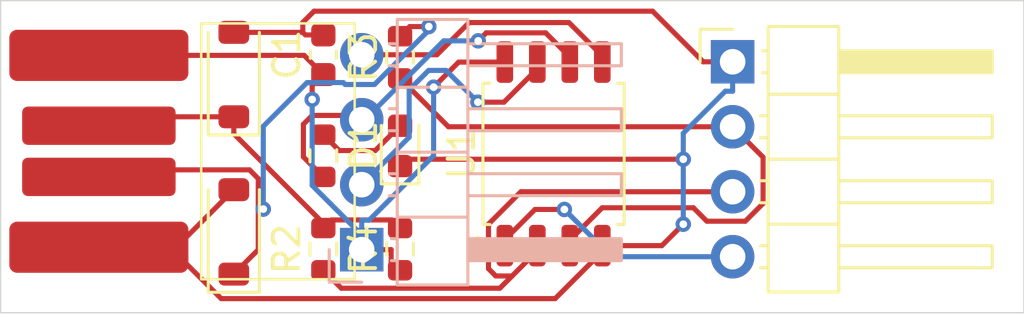
<source format=kicad_pcb>
(kicad_pcb (version 20241229) (generator "pcbnew") (generator_version "9.0")
  (layers (0 "F.Cu" signal) (2 "B.Cu" signal) (13 "F.Paste" user) (15 "B.Paste" user) (5 "F.SilkS" user "F.Silkscreen") (7 "B.SilkS" user "B.Silkscreen") (1 "F.Mask" user) (3 "B.Mask" user) (25 "Edge.Cuts" user))
  (net 0 "")
  (net 1 "+5V")
  (net 2 "GND")
  (net 3 "Net-(D1-A)")
  (net 4 "Net-(D2-K)")
  (net 5 "Net-(D3-K)")
  (net 6 "Net-(J1-Pin_4)")
  (net 7 "Net-(J1-Pin_3)")
  (net 8 "Net-(J1-Pin_2)")
  (net 9 "Net-(J2-Pin_3)")
  (net 10 "Net-(J2-Pin_2)")
  (net 11 "Net-(J2-Pin_4)")
  (footprint "Package_SO:SOIC-8_5.3x5.3mm_P1.27mm" (layer "F.Cu") (at 118.615 94.29 90)
    (property "Reference" "U1" (at 0 -3.6 90) (layer "F.SilkS"))
    (property "Value" "ATtiny85-20S")
    (fp_line (start 2.76 -2.76) (end 2.76 -2.49) (stroke (width 0.12)) (layer "F.SilkS"))
    (fp_line (start -2.76 -2.76) (end 2.76 -2.76) (stroke (width 0.12)) (layer "F.SilkS"))
    (fp_line (start -2.76 -2.49) (end -2.76 -2.76) (stroke (width 0.12)) (layer "F.SilkS"))
    (fp_line (start 2.76 2.49) (end 2.76 2.76) (stroke (width 0.12)) (layer "F.SilkS"))
    (fp_line (start 2.76 2.76) (end -2.76 2.76) (stroke (width 0.12)) (layer "F.SilkS"))
    (fp_line (start -2.76 2.76) (end -2.76 2.49) (stroke (width 0.12)) (layer "F.SilkS"))
    (fp_poly (pts (xy -3.59 -2.5) (xy -3.93 -2.97) (xy -3.25 -2.97)) (stroke (width 0.12)) (fill yes) (layer "F.SilkS"))
    (pad "1" smd roundrect (at -3.5875 -1.905 90) (size 1.625 0.65) (layers "F.Cu" "F.Mask" "F.Paste") (net 11 "Net-(J2-Pin_4)"))
    (pad "2" smd roundrect (at -3.5875 -0.635 90) (size 1.625 0.65) (layers "F.Cu" "F.Mask" "F.Paste") (net 9 "Net-(J2-Pin_3)"))
    (pad "3" smd roundrect (at -3.5875 0.635 90) (size 1.625 0.65) (layers "F.Cu" "F.Mask" "F.Paste") (net 10 "Net-(J2-Pin_2)"))
    (pad "4" smd roundrect (at -3.5875 1.905 90) (size 1.625 0.65) (layers "F.Cu" "F.Mask" "F.Paste") (net 2 "GND"))
    (pad "5" smd roundrect (at 3.5875 1.905 90) (size 1.625 0.65) (layers "F.Cu" "F.Mask" "F.Paste") (net 6 "Net-(J1-Pin_4)"))
    (pad "6" smd roundrect (at 3.5875 0.635 90) (size 1.625 0.65) (layers "F.Cu" "F.Mask" "F.Paste") (net 7 "Net-(J1-Pin_3)"))
    (pad "7" smd roundrect (at 3.5875 -0.635 90) (size 1.625 0.65) (layers "F.Cu" "F.Mask" "F.Paste") (net 8 "Net-(J1-Pin_2)"))
    (pad "8" smd roundrect (at 3.5875 -1.905 90) (size 1.625 0.65) (layers "F.Cu" "F.Mask" "F.Paste") (net 1 "+5V"))
  )
  (footprint "Resistor_SMD:R_0603_1608Metric" (layer "F.Cu") (at 112.615 90.515 90)
    (property "Reference" "R3" (at 0 -1.43 90) (layer "F.SilkS"))
    (property "Value" "68R")
    (fp_line (start -0.237258 -0.5225) (end 0.237258 -0.5225) (stroke (width 0.12)) (layer "F.SilkS"))
    (fp_line (start -0.237258 0.5225) (end 0.237258 0.5225) (stroke (width 0.12)) (layer "F.SilkS"))
    (pad "1" smd roundrect (at -0.825 0 90) (size 0.8 0.95) (layers "F.Cu" "F.Mask" "F.Paste") (net 10 "Net-(J2-Pin_2)"))
    (pad "2" smd roundrect (at 0.825 0 90) (size 0.8 0.95) (layers "F.Cu" "F.Mask" "F.Paste") (net 5 "Net-(D3-K)"))
  )
  (footprint "Diode_SMD:D_SOD-123" (layer "F.Cu") (at 106.115 91.19 90)
    (property "Reference" "D2" (hide yes))
    (property "Value" "3V6")
    (fp_line (start -2.36 -1) (end 1.65 -1) (stroke (width 0.12)) (layer "F.SilkS"))
    (fp_line (start -2.36 -1) (end -2.36 1) (stroke (width 0.12)) (layer "F.SilkS"))
    (fp_line (start -2.36 1) (end 1.65 1) (stroke (width 0.12)) (layer "F.SilkS"))
    (pad "1" smd roundrect (at -1.65 0 90) (size 0.9 1.2) (layers "F.Cu" "F.Mask" "F.Paste") (net 4 "Net-(D2-K)"))
    (pad "2" smd roundrect (at 1.65 0 90) (size 0.9 1.2) (layers "F.Cu" "F.Mask" "F.Paste") (net 2 "GND"))
  )
  (footprint "Connector_USB:USB" (layer "F.Cu") (at 100.84 94.19)
    (property "Reference" "U2" (hide yes))
    (property "Value" "~")
    (fp_rect (start 4 -5) (end 10 5) (stroke (width 0.1)) (fill no) (layer "F.SilkS"))
    (pad "1" smd roundrect (at 0 -3.75) (size 7 2) (layers "F.Cu" "F.Mask" "F.Paste") (roundrect_rratio 0.15) (net 1 "+5V"))
    (pad "2" smd roundrect (at 0 -1) (size 6 1.5) (layers "F.Cu" "F.Mask" "F.Paste") (roundrect_rratio 0.15) (net 4 "Net-(D2-K)"))
    (pad "3" smd roundrect (at 0 1) (size 6 1.5) (layers "F.Cu" "F.Mask" "F.Paste") (roundrect_rratio 0.15) (net 5 "Net-(D3-K)"))
    (pad "4" smd roundrect (at 0 3.75) (size 7 2) (layers "F.Cu" "F.Mask" "F.Paste") (roundrect_rratio 0.15) (net 2 "GND"))
  )
  (footprint "Resistor_SMD:R_0603_1608Metric" (layer "F.Cu") (at 109.615 98.015 90)
    (property "Reference" "R2" (at 0 -1.43 90) (layer "F.SilkS"))
    (property "Value" "68R")
    (fp_line (start -0.237258 -0.5225) (end 0.237258 -0.5225) (stroke (width 0.12)) (layer "F.SilkS"))
    (fp_line (start -0.237258 0.5225) (end 0.237258 0.5225) (stroke (width 0.12)) (layer "F.SilkS"))
    (pad "1" smd roundrect (at -0.825 0 90) (size 0.8 0.95) (layers "F.Cu" "F.Mask" "F.Paste") (net 9 "Net-(J2-Pin_3)"))
    (pad "2" smd roundrect (at 0.825 0 90) (size 0.8 0.95) (layers "F.Cu" "F.Mask" "F.Paste") (net 4 "Net-(D2-K)"))
  )
  (footprint "LED_SMD:LED_0603_1608Metric" (layer "F.Cu") (at 112.615 93.9775 90)
    (property "Reference" "D1" (at 0 -1.43 90) (layer "F.SilkS"))
    (property "Value" "LED")
    (fp_line (start 0.8 -0.735) (end -1.485 -0.735) (stroke (width 0.12)) (layer "F.SilkS"))
    (fp_line (start -1.485 -0.735) (end -1.485 0.735) (stroke (width 0.12)) (layer "F.SilkS"))
    (fp_line (start -1.485 0.735) (end 0.8 0.735) (stroke (width 0.12)) (layer "F.SilkS"))
    (pad "1" smd roundrect (at -0.7875 0 90) (size 0.875 0.95) (layers "F.Cu" "F.Mask" "F.Paste") (net 2 "GND"))
    (pad "2" smd roundrect (at 0.7875 0 90) (size 0.875 0.95) (layers "F.Cu" "F.Mask" "F.Paste") (net 3 "Net-(D1-A)"))
  )
  (footprint "Capacitor_SMD:C_0603_1608Metric" (layer "F.Cu") (at 109.615 90.415 90)
    (property "Reference" "C1" (at 0 -1.43 90) (layer "F.SilkS"))
    (property "Value" "100n")
    (fp_line (start -0.14058 -0.51) (end 0.14058 -0.51) (stroke (width 0.12)) (layer "F.SilkS"))
    (fp_line (start -0.14058 0.51) (end 0.14058 0.51) (stroke (width 0.12)) (layer "F.SilkS"))
    (pad "1" smd roundrect (at -0.775 0 90) (size 0.9 0.95) (layers "F.Cu" "F.Mask" "F.Paste") (net 1 "+5V"))
    (pad "2" smd roundrect (at 0.775 0 90) (size 0.9 0.95) (layers "F.Cu" "F.Mask" "F.Paste") (net 2 "GND"))
  )
  (footprint "Resistor_SMD:R_0603_1608Metric" (layer "F.Cu") (at 112.615 98.015 90)
    (property "Reference" "R4" (at 0 -1.43 90) (layer "F.SilkS"))
    (property "Value" "1000R")
    (fp_line (start -0.237258 -0.5225) (end 0.237258 -0.5225) (stroke (width 0.12)) (layer "F.SilkS"))
    (fp_line (start -0.237258 0.5225) (end 0.237258 0.5225) (stroke (width 0.12)) (layer "F.SilkS"))
    (pad "1" smd roundrect (at -0.825 0 90) (size 0.8 0.95) (layers "F.Cu" "F.Mask" "F.Paste") (net 1 "+5V"))
    (pad "2" smd roundrect (at 0.825 0 90) (size 0.8 0.95) (layers "F.Cu" "F.Mask" "F.Paste") (net 4 "Net-(D2-K)"))
  )
  (footprint "Diode_SMD:D_SOD-123" (layer "F.Cu") (at 106.115 97.34 90)
    (property "Reference" "D3" (hide yes))
    (property "Value" "3V6")
    (fp_line (start -2.36 -1) (end 1.65 -1) (stroke (width 0.12)) (layer "F.SilkS"))
    (fp_line (start -2.36 -1) (end -2.36 1) (stroke (width 0.12)) (layer "F.SilkS"))
    (fp_line (start -2.36 1) (end 1.65 1) (stroke (width 0.12)) (layer "F.SilkS"))
    (pad "1" smd roundrect (at -1.65 0 90) (size 0.9 1.2) (layers "F.Cu" "F.Mask" "F.Paste") (net 5 "Net-(D3-K)"))
    (pad "2" smd roundrect (at 1.65 0 90) (size 0.9 1.2) (layers "F.Cu" "F.Mask" "F.Paste") (net 2 "GND"))
  )
  (footprint "Connector_PinHeader_2.54mm:PinHeader_1x04_P2.54mm_Horizontal" (layer "F.Cu") (at 125.615 90.69)
    (property "Reference" "J2" (hide yes))
    (property "Value" "SO8-1-4" (hide yes))
    (fp_line (start -1.27 -1.27) (end 0 -1.27) (stroke (width 0.12)) (layer "F.SilkS"))
    (fp_line (start -1.27 0) (end -1.27 -1.27) (stroke (width 0.12)) (layer "F.SilkS"))
    (fp_line (start 1.077358 2.11) (end 1.39 2.11) (stroke (width 0.12)) (layer "F.SilkS"))
    (fp_line (start 1.077358 2.97) (end 1.39 2.97) (stroke (width 0.12)) (layer "F.SilkS"))
    (fp_line (start 1.077358 4.65) (end 1.39 4.65) (stroke (width 0.12)) (layer "F.SilkS"))
    (fp_line (start 1.077358 5.51) (end 1.39 5.51) (stroke (width 0.12)) (layer "F.SilkS"))
    (fp_line (start 1.077358 7.19) (end 1.39 7.19) (stroke (width 0.12)) (layer "F.SilkS"))
    (fp_line (start 1.077358 8.05) (end 1.39 8.05) (stroke (width 0.12)) (layer "F.SilkS"))
    (fp_line (start 1.16 -0.43) (end 1.39 -0.43) (stroke (width 0.12)) (layer "F.SilkS"))
    (fp_line (start 1.16 0.43) (end 1.39 0.43) (stroke (width 0.12)) (layer "F.SilkS"))
    (fp_line (start 1.39 -1.38) (end 1.39 9) (stroke (width 0.12)) (layer "F.SilkS"))
    (fp_line (start 1.39 1.27) (end 4.15 1.27) (stroke (width 0.12)) (layer "F.SilkS"))
    (fp_line (start 1.39 3.81) (end 4.15 3.81) (stroke (width 0.12)) (layer "F.SilkS"))
    (fp_line (start 1.39 6.35) (end 4.15 6.35) (stroke (width 0.12)) (layer "F.SilkS"))
    (fp_line (start 1.39 9) (end 4.15 9) (stroke (width 0.12)) (layer "F.SilkS"))
    (fp_line (start 4.15 -1.38) (end 1.39 -1.38) (stroke (width 0.12)) (layer "F.SilkS"))
    (fp_line (start 4.15 2.11) (end 10.15 2.11) (stroke (width 0.12)) (layer "F.SilkS"))
    (fp_line (start 4.15 4.65) (end 10.15 4.65) (stroke (width 0.12)) (layer "F.SilkS"))
    (fp_line (start 4.15 7.19) (end 10.15 7.19) (stroke (width 0.12)) (layer "F.SilkS"))
    (fp_line (start 4.15 9) (end 4.15 -1.38) (stroke (width 0.12)) (layer "F.SilkS"))
    (fp_line (start 10.15 2.11) (end 10.15 2.97) (stroke (width 0.12)) (layer "F.SilkS"))
    (fp_line (start 10.15 2.97) (end 4.15 2.97) (stroke (width 0.12)) (layer "F.SilkS"))
    (fp_line (start 10.15 4.65) (end 10.15 5.51) (stroke (width 0.12)) (layer "F.SilkS"))
    (fp_line (start 10.15 5.51) (end 4.15 5.51) (stroke (width 0.12)) (layer "F.SilkS"))
    (fp_line (start 10.15 7.19) (end 10.15 8.05) (stroke (width 0.12)) (layer "F.SilkS"))
    (fp_line (start 10.15 8.05) (end 4.15 8.05) (stroke (width 0.12)) (layer "F.SilkS"))
    (fp_rect (start 4.15 -0.43) (end 10.15 0.43) (stroke (width 0.12)) (fill yes) (layer "F.SilkS"))
    (pad "1" thru_hole rect (at 0 0) (size 1.7 1.7) (drill 1) (layers "*.Cu" "*.Mask") (net 2 "GND"))
    (pad "2" thru_hole circle (at 0 2.54) (size 1.7 1.7) (drill 1) (layers "*.Cu" "*.Mask") (net 10 "Net-(J2-Pin_2)"))
    (pad "3" thru_hole circle (at 0 5.08) (size 1.7 1.7) (drill 1) (layers "*.Cu" "*.Mask") (net 9 "Net-(J2-Pin_3)"))
    (pad "4" thru_hole circle (at 0 7.62) (size 1.7 1.7) (drill 1) (layers "*.Cu" "*.Mask") (net 11 "Net-(J2-Pin_4)"))
  )
  (footprint "Resistor_SMD:R_0603_1608Metric" (layer "F.Cu") (at 109.615 94.365 90)
    (property "Reference" "R1" (hide yes))
    (property "Value" "330R")
    (fp_line (start -0.237258 -0.5225) (end 0.237258 -0.5225) (stroke (width 0.12)) (layer "F.SilkS"))
    (fp_line (start -0.237258 0.5225) (end 0.237258 0.5225) (stroke (width 0.12)) (layer "F.SilkS"))
    (pad "1" smd roundrect (at -0.825 0 90) (size 0.8 0.95) (layers "F.Cu" "F.Mask" "F.Paste") (net 7 "Net-(J1-Pin_3)"))
    (pad "2" smd roundrect (at 0.825 0 90) (size 0.8 0.95) (layers "F.Cu" "F.Mask" "F.Paste") (net 3 "Net-(D1-A)"))
  )
  (footprint "Connector_PinHeader_2.54mm:PinHeader_1x04_P2.54mm_Horizontal" (layer "B.Cu") (at 111.115 98.035)
    (property "Reference" "J1" (hide yes))
    (property "Value" "SO8-5-8" (hide yes))
    (fp_line (start -1.27 0) (end -1.27 1.27) (stroke (width 0.12)) (layer "B.SilkS"))
    (fp_line (start -1.27 1.27) (end 0 1.27) (stroke (width 0.12)) (layer "B.SilkS"))
    (fp_line (start 1.077358 -8.05) (end 1.39 -8.05) (stroke (width 0.12)) (layer "B.SilkS"))
    (fp_line (start 1.077358 -7.19) (end 1.39 -7.19) (stroke (width 0.12)) (layer "B.SilkS"))
    (fp_line (start 1.077358 -5.51) (end 1.39 -5.51) (stroke (width 0.12)) (layer "B.SilkS"))
    (fp_line (start 1.077358 -4.65) (end 1.39 -4.65) (stroke (width 0.12)) (layer "B.SilkS"))
    (fp_line (start 1.077358 -2.97) (end 1.39 -2.97) (stroke (width 0.12)) (layer "B.SilkS"))
    (fp_line (start 1.077358 -2.11) (end 1.39 -2.11) (stroke (width 0.12)) (layer "B.SilkS"))
    (fp_line (start 1.16 -0.43) (end 1.39 -0.43) (stroke (width 0.12)) (layer "B.SilkS"))
    (fp_line (start 1.16 0.43) (end 1.39 0.43) (stroke (width 0.12)) (layer "B.SilkS"))
    (fp_line (start 1.39 -9) (end 4.15 -9) (stroke (width 0.12)) (layer "B.SilkS"))
    (fp_line (start 1.39 -6.35) (end 4.15 -6.35) (stroke (width 0.12)) (layer "B.SilkS"))
    (fp_line (start 1.39 -3.81) (end 4.15 -3.81) (stroke (width 0.12)) (layer "B.SilkS"))
    (fp_line (start 1.39 -1.27) (end 4.15 -1.27) (stroke (width 0.12)) (layer "B.SilkS"))
    (fp_line (start 1.39 1.38) (end 1.39 -9) (stroke (width 0.12)) (layer "B.SilkS"))
    (fp_line (start 4.15 -9) (end 4.15 1.38) (stroke (width 0.12)) (layer "B.SilkS"))
    (fp_line (start 4.15 -7.19) (end 10.15 -7.19) (stroke (width 0.12)) (layer "B.SilkS"))
    (fp_line (start 4.15 -4.65) (end 10.15 -4.65) (stroke (width 0.12)) (layer "B.SilkS"))
    (fp_line (start 4.15 -2.11) (end 10.15 -2.11) (stroke (width 0.12)) (layer "B.SilkS"))
    (fp_line (start 4.15 1.38) (end 1.39 1.38) (stroke (width 0.12)) (layer "B.SilkS"))
    (fp_line (start 10.15 -8.05) (end 4.15 -8.05) (stroke (width 0.12)) (layer "B.SilkS"))
    (fp_line (start 10.15 -7.19) (end 10.15 -8.05) (stroke (width 0.12)) (layer "B.SilkS"))
    (fp_line (start 10.15 -5.51) (end 4.15 -5.51) (stroke (width 0.12)) (layer "B.SilkS"))
    (fp_line (start 10.15 -4.65) (end 10.15 -5.51) (stroke (width 0.12)) (layer "B.SilkS"))
    (fp_line (start 10.15 -2.97) (end 4.15 -2.97) (stroke (width 0.12)) (layer "B.SilkS"))
    (fp_line (start 10.15 -2.11) (end 10.15 -2.97) (stroke (width 0.12)) (layer "B.SilkS"))
    (fp_rect (start 4.15 0.43) (end 10.15 -0.43) (stroke (width 0.12)) (fill yes) (layer "B.SilkS"))
    (pad "1" thru_hole rect (at 0 0) (size 1.7 1.7) (drill 1) (layers "*.Cu" "*.Mask") (net 1 "+5V"))
    (pad "2" thru_hole circle (at 0 -2.54) (size 1.7 1.7) (drill 1) (layers "*.Cu" "*.Mask") (net 8 "Net-(J1-Pin_2)"))
    (pad "3" thru_hole circle (at 0 -5.08) (size 1.7 1.7) (drill 1) (layers "*.Cu" "*.Mask") (net 7 "Net-(J1-Pin_3)"))
    (pad "4" thru_hole circle (at 0 -7.62) (size 1.7 1.7) (drill 1) (layers "*.Cu" "*.Mask") (net 6 "Net-(J1-Pin_4)"))
  )
  (gr_rect (start 97 88.3) (end 137 100.5) (stroke (width 0.05)) (fill no) (layer "Edge.Cuts"))
  (segment (start 111.115 98.035) (end 112.2667 98.035) (width 0.2) (layer "F.Cu") (net 1))
  (segment (start 112.615 98.84) (end 112.2667 98.4917) (width 0.2) (layer "F.Cu") (net 1))
  (segment (start 109.1785 92.1642) (end 109.1785 91.6265) (width 0.2) (layer "F.Cu") (net 1))
  (segment (start 112.2667 98.4917) (end 112.2667 98.035) (width 0.2) (layer "F.Cu") (net 1))
  (segment (start 109.1785 91.6265) (end 109.615 91.19) (width 0.2) (layer "F.Cu") (net 1))
  (segment (start 114.9059 90.7025) (end 116.71 90.7025) (width 0.2) (layer "F.Cu") (net 1))
  (segment (start 100.84 90.44) (end 108.865 90.44) (width 0.2) (layer "F.Cu") (net 1))
  (segment (start 113.9261 91.6823) (end 114.9059 90.7025) (width 0.2) (layer "F.Cu") (net 1))
  (segment (start 108.865 90.44) (end 109.615 91.19) (width 0.2) (layer "F.Cu") (net 1))
  (via (at 113.9261 91.6823) (size 0.6) (drill 0.3) (layers "F.Cu" "B.Cu") (net 1))
  (via (at 109.1785 92.1642) (size 0.6) (drill 0.3) (layers "F.Cu" "B.Cu") (net 1))
  (segment (start 111.115 98.035) (end 111.115 97.4591) (width 0.2) (layer "B.Cu") (net 1))
  (segment (start 113.926 91.6823) (end 113.9261 91.6823) (width 0.2) (layer "B.Cu") (net 1))
  (segment (start 111.115 97.4591) (end 109.1785 95.5226) (width 0.2) (layer "B.Cu") (net 1))
  (segment (start 113.926 94.3602) (end 113.926 91.6823) (width 0.2) (layer "B.Cu") (net 1))
  (segment (start 109.1785 95.5226) (end 109.1785 92.1642) (width 0.2) (layer "B.Cu") (net 1))
  (segment (start 111.115 96.8833) (end 111.4029 96.8833) (width 0.2) (layer "B.Cu") (net 1))
  (segment (start 111.115 97.4591) (end 111.115 96.8833) (width 0.2) (layer "B.Cu") (net 1))
  (segment (start 111.4029 96.8833) (end 113.926 94.3602) (width 0.2) (layer "B.Cu") (net 1))
  (segment (start 105.621 99.9478) (end 118.679 99.9478) (width 0.2) (layer "F.Cu") (net 2))
  (segment (start 108.8134 89.54) (end 106.115 89.54) (width 0.2) (layer "F.Cu") (net 2))
  (segment (start 123.686 94.5) (end 112.88 94.5) (width 0.2) (layer "F.Cu") (net 2))
  (segment (start 108.9134 89.64) (end 108.8134 89.54) (width 0.2) (layer "F.Cu") (net 2))
  (segment (start 103.865 98.1918) (end 105.621 99.9478) (width 0.2) (layer "F.Cu") (net 2))
  (segment (start 120.52 97.8775) (end 122.8485 97.8775) (width 0.2) (layer "F.Cu") (net 2))
  (segment (start 118.679 99.9478) (end 120.52 98.1068) (width 0.2) (layer "F.Cu") (net 2))
  (segment (start 103.865 97.94) (end 103.865 98.1918) (width 0.2) (layer "F.Cu") (net 2))
  (segment (start 122.8485 97.8775) (end 123.686 97.04) (width 0.2) (layer "F.Cu") (net 2))
  (segment (start 109.615 89.64) (end 108.9134 89.64) (width 0.2) (layer "F.Cu") (net 2))
  (segment (start 124.4633 90.69) (end 122.4855 88.7122) (width 0.2) (layer "F.Cu") (net 2))
  (segment (start 109.2512 88.7122) (end 108.8134 89.15) (width 0.2) (layer "F.Cu") (net 2))
  (segment (start 125.615 90.69) (end 124.4633 90.69) (width 0.2) (layer "F.Cu") (net 2))
  (segment (start 120.52 98.1068) (end 120.52 97.8775) (width 0.2) (layer "F.Cu") (net 2))
  (segment (start 122.4855 88.7122) (end 109.2512 88.7122) (width 0.2) (layer "F.Cu") (net 2))
  (segment (start 103.865 97.94) (end 106.115 95.69) (width 0.2) (layer "F.Cu") (net 2))
  (segment (start 112.88 94.5) (end 112.615 94.765) (width 0.2) (layer "F.Cu") (net 2))
  (segment (start 108.8134 89.15) (end 108.8134 89.54) (width 0.2) (layer "F.Cu") (net 2))
  (segment (start 100.84 97.94) (end 103.865 97.94) (width 0.2) (layer "F.Cu") (net 2))
  (via (at 123.686 94.5) (size 0.6) (drill 0.3) (layers "F.Cu" "B.Cu") (net 2))
  (via (at 123.686 97.04) (size 0.6) (drill 0.3) (layers "F.Cu" "B.Cu") (net 2))
  (segment (start 125.615 90.69) (end 125.615 91.8417) (width 0.2) (layer "B.Cu") (net 2))
  (segment (start 123.686 93.4828) (end 125.3271 91.8417) (width 0.2) (layer "B.Cu") (net 2))
  (segment (start 123.686 97.04) (end 123.686 94.5) (width 0.2) (layer "B.Cu") (net 2))
  (segment (start 125.3271 91.8417) (end 125.615 91.8417) (width 0.2) (layer "B.Cu") (net 2))
  (segment (start 123.686 94.5) (end 123.686 93.4828) (width 0.2) (layer "B.Cu") (net 2))
  (segment (start 109.615 93.54) (end 110.2354 94.1604) (width 0.2) (layer "F.Cu") (net 3))
  (segment (start 111.6446 94.1604) (end 112.615 93.19) (width 0.2) (layer "F.Cu") (net 3))
  (segment (start 110.2354 94.1604) (end 111.6446 94.1604) (width 0.2) (layer "F.Cu") (net 3))
  (segment (start 109.9324 96.8726) (end 109.615 97.19) (width 0.2) (layer "F.Cu") (net 4))
  (segment (start 109.615 97.0048) (end 106.115 93.5048) (width 0.2) (layer "F.Cu") (net 4))
  (segment (start 101.19 92.84) (end 100.84 93.19) (width 0.2) (layer "F.Cu") (net 4))
  (segment (start 112.2976 96.8726) (end 109.9324 96.8726) (width 0.2) (layer "F.Cu") (net 4))
  (segment (start 109.615 97.19) (end 109.615 97.0048) (width 0.2) (layer "F.Cu") (net 4))
  (segment (start 106.115 93.5048) (end 106.115 92.84) (width 0.2) (layer "F.Cu") (net 4))
  (segment (start 106.115 92.84) (end 101.19 92.84) (width 0.2) (layer "F.Cu") (net 4))
  (segment (start 112.615 97.19) (end 112.2976 96.8726) (width 0.2) (layer "F.Cu") (net 4))
  (segment (start 107.0708 96.4489) (end 107.2674 96.4489) (width 0.2) (layer "F.Cu") (net 5))
  (segment (start 107.0708 98.0342) (end 107.0708 96.4489) (width 0.2) (layer "F.Cu") (net 5))
  (segment (start 107.0708 96.4489) (end 107.0708 95.2568) (width 0.2) (layer "F.Cu") (net 5))
  (segment (start 101.1153 94.9147) (end 100.84 95.19) (width 0.2) (layer "F.Cu") (net 5))
  (segment (start 106.7287 94.9147) (end 101.1153 94.9147) (width 0.2) (layer "F.Cu") (net 5))
  (segment (start 106.115 98.99) (end 107.0708 98.0342) (width 0.2) (layer "F.Cu") (net 5))
  (segment (start 112.9911 89.3139) (end 112.615 89.69) (width 0.2) (layer "F.Cu") (net 5))
  (segment (start 107.0708 95.2568) (end 106.7287 94.9147) (width 0.2) (layer "F.Cu") (net 5))
  (segment (start 113.7385 89.3139) (end 112.9911 89.3139) (width 0.2) (layer "F.Cu") (net 5))
  (via (at 113.7385 89.3139) (size 0.6) (drill 0.3) (layers "F.Cu" "B.Cu") (net 5))
  (via (at 107.2674 96.4489) (size 0.6) (drill 0.3) (layers "F.Cu" "B.Cu") (net 5))
  (segment (start 107.2674 93.2144) (end 108.9788 91.503) (width 0.2) (layer "B.Cu") (net 5))
  (segment (start 113.7385 89.4561) (end 113.7385 89.3139) (width 0.2) (layer "B.Cu") (net 5))
  (segment (start 108.9788 91.503) (end 110.3945 91.503) (width 0.2) (layer "B.Cu") (net 5))
  (segment (start 110.4696 91.5781) (end 111.6165 91.5781) (width 0.2) (layer "B.Cu") (net 5))
  (segment (start 110.3945 91.503) (end 110.4696 91.5781) (width 0.2) (layer "B.Cu") (net 5))
  (segment (start 111.6165 91.5781) (end 113.7385 89.4561) (width 0.2) (layer "B.Cu") (net 5))
  (segment (start 107.2674 96.4489) (end 107.2674 93.2144) (width 0.2) (layer "B.Cu") (net 5))
  (segment (start 120.52 90.7025) (end 120.52 90.4611) (width 0.2) (layer "F.Cu") (net 6))
  (segment (start 114.0576 90.415) (end 111.115 90.415) (width 0.2) (layer "F.Cu") (net 6))
  (segment (start 119.2164 89.1575) (end 115.3151 89.1575) (width 0.2) (layer "F.Cu") (net 6))
  (segment (start 120.52 90.4611) (end 119.2164 89.1575) (width 0.2) (layer "F.Cu") (net 6))
  (segment (start 115.3151 89.1575) (end 114.0576 90.415) (width 0.2) (layer "F.Cu") (net 6))
  (segment (start 118.3065 89.5592) (end 119.25 90.5027) (width 0.2) (layer "F.Cu") (net 7))
  (segment (start 110.9475 92.7875) (end 109.1803 92.7875) (width 0.2) (layer "F.Cu") (net 7))
  (segment (start 108.8355 93.1323) (end 108.8355 94.4105) (width 0.2) (layer "F.Cu") (net 7))
  (segment (start 108.8355 94.4105) (end 109.615 95.19) (width 0.2) (layer "F.Cu") (net 7))
  (segment (start 115.9824 89.5592) (end 118.3065 89.5592) (width 0.2) (layer "F.Cu") (net 7))
  (segment (start 111.115 92.955) (end 110.9475 92.7875) (width 0.2) (layer "F.Cu") (net 7))
  (segment (start 109.1803 92.7875) (end 108.8355 93.1323) (width 0.2) (layer "F.Cu") (net 7))
  (segment (start 115.6696 89.872) (end 115.9824 89.5592) (width 0.2) (layer "F.Cu") (net 7))
  (segment (start 119.25 90.5027) (end 119.25 90.7025) (width 0.2) (layer "F.Cu") (net 7))
  (via (at 115.6696 89.872) (size 0.6) (drill 0.3) (layers "F.Cu" "B.Cu") (net 7))
  (segment (start 114.3172 89.872) (end 115.6696 89.872) (width 0.2) (layer "B.Cu") (net 7))
  (segment (start 111.2343 92.955) (end 111.2343 92.9549) (width 0.2) (layer "B.Cu") (net 7))
  (segment (start 111.2343 92.9549) (end 114.3172 89.872) (width 0.2) (layer "B.Cu") (net 7))
  (segment (start 111.115 92.955) (end 111.2343 92.955) (width 0.2) (layer "B.Cu") (net 7))
  (segment (start 115.6566 92.2697) (end 116.6753 92.2697) (width 0.2) (layer "F.Cu") (net 8))
  (segment (start 117.98 90.965) (end 117.98 90.7025) (width 0.2) (layer "F.Cu") (net 8))
  (segment (start 116.6753 92.2697) (end 117.98 90.965) (width 0.2) (layer "F.Cu") (net 8))
  (via (at 115.6566 92.2697) (size 0.6) (drill 0.3) (layers "F.Cu" "B.Cu") (net 8))
  (segment (start 113.7297 91.0276) (end 114.4145 91.0276) (width 0.2) (layer "B.Cu") (net 8))
  (segment (start 111.115 95.495) (end 112.9704 93.6396) (width 0.2) (layer "B.Cu") (net 8))
  (segment (start 112.9704 91.7869) (end 113.7297 91.0276) (width 0.2) (layer "B.Cu") (net 8))
  (segment (start 112.9704 93.6396) (end 112.9704 91.7869) (width 0.2) (layer "B.Cu") (net 8))
  (segment (start 114.4145 91.0276) (end 115.6566 92.2697) (width 0.2) (layer "B.Cu") (net 8))
  (segment (start 116.9941 99.0632) (end 116.3562 99.0632) (width 0.2) (layer "F.Cu") (net 9))
  (segment (start 117.3383 95.77) (end 125.615 95.77) (width 0.2) (layer "F.Cu") (net 9))
  (segment (start 116.0709 98.7779) (end 116.0709 97.0374) (width 0.2) (layer "F.Cu") (net 9))
  (segment (start 116.3562 99.0632) (end 116.0709 98.7779) (width 0.2) (layer "F.Cu") (net 9))
  (segment (start 110.3178 99.5428) (end 109.615 98.84) (width 0.2) (layer "F.Cu") (net 9))
  (segment (start 117.98 98.0773) (end 116.9941 99.0632) (width 0.2) (layer "F.Cu") (net 9))
  (segment (start 116.5145 99.5428) (end 110.3178 99.5428) (width 0.2) (layer "F.Cu") (net 9))
  (segment (start 117.98 97.8775) (end 117.98 98.0773) (width 0.2) (layer "F.Cu") (net 9))
  (segment (start 116.0709 97.0374) (end 117.3383 95.77) (width 0.2) (layer "F.Cu") (net 9))
  (segment (start 116.9941 99.0632) (end 116.5145 99.5428) (width 0.2) (layer "F.Cu") (net 9))
  (segment (start 125.615 93.23) (end 114.505 93.23) (width 0.2) (layer "F.Cu") (net 10))
  (segment (start 120.5165 96.3966) (end 124.0819 96.3966) (width 0.2) (layer "F.Cu") (net 10))
  (segment (start 126.112 96.9226) (end 126.8052 96.2294) (width 0.2) (layer "F.Cu") (net 10))
  (segment (start 119.25 97.6631) (end 120.5165 96.3966) (width 0.2) (layer "F.Cu") (net 10))
  (segment (start 124.0819 96.3966) (end 124.6079 96.9226) (width 0.2) (layer "F.Cu") (net 10))
  (segment (start 126.8052 96.2294) (end 126.8052 94.4202) (width 0.2) (layer "F.Cu") (net 10))
  (segment (start 126.8052 94.4202) (end 125.615 93.23) (width 0.2) (layer "F.Cu") (net 10))
  (segment (start 119.25 97.8775) (end 119.25 97.6631) (width 0.2) (layer "F.Cu") (net 10))
  (segment (start 124.6079 96.9226) (end 126.112 96.9226) (width 0.2) (layer "F.Cu") (net 10))
  (segment (start 114.505 93.23) (end 112.615 91.34) (width 0.2) (layer "F.Cu") (net 10))
  (segment (start 116.71 97.6413) (end 117.8884 96.4629) (width 0.2) (layer "F.Cu") (net 11))
  (segment (start 116.71 97.8775) (end 116.71 97.6413) (width 0.2) (layer "F.Cu") (net 11))
  (segment (start 117.8884 96.4629) (end 119.0371 96.4629) (width 0.2) (layer "F.Cu") (net 11))
  (via (at 119.0371 96.4629) (size 0.6) (drill 0.3) (layers "F.Cu" "B.Cu") (net 11))
  (segment (start 120.8842 98.31) (end 119.0371 96.4629) (width 0.2) (layer "B.Cu") (net 11))
  (segment (start 125.615 98.31) (end 120.8842 98.31) (width 0.2) (layer "B.Cu") (net 11))
)
</source>
